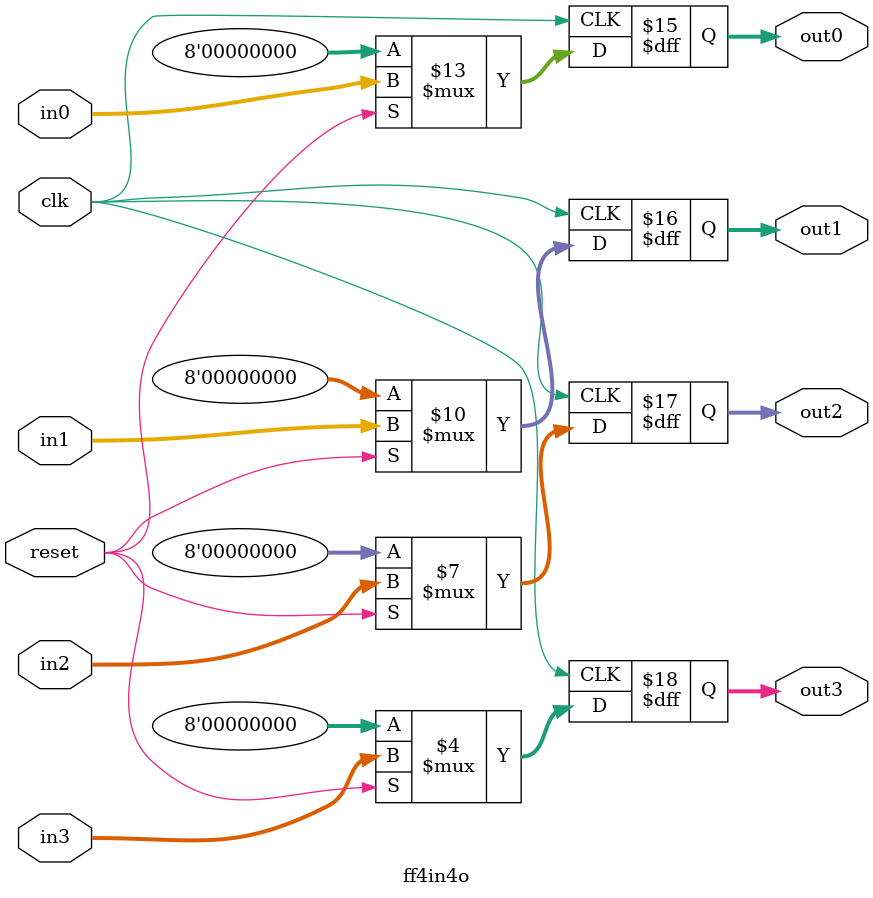
<source format=v>


  module ff4in4o(
      input clk,
      input reset,
      // Inputs, are 4
      input wire [7:0] in0,
      input wire [7:0] in1,
      input wire [7:0] in2,
      input wire [7:0] in3,
      // Outputs, are 4
      output reg [7:0] out0,
      output reg [7:0] out1,
      output reg [7:0] out2,
      output reg [7:0] out3
  );
  // Each positive edge of the clock make these changes
  always @(posedge clk)
  //If this happens on a positive edge of the clock, make the following changes for the next clock edge
  begin
    // Reset synchronous
    if (reset == 0) // If reset in LOW nonblobking assing zero
    begin
      out0 <= 0;
      out1 <= 0;
      out2 <= 0;
      out3 <= 0;
    end // end if
    else begin // reset  == 1
      out0 <= in0;
      out1 <= in1;
      out2 <= in2;
      out3 <= in3;
    end // end else
  end // end always posedge clk

endmodule

</source>
